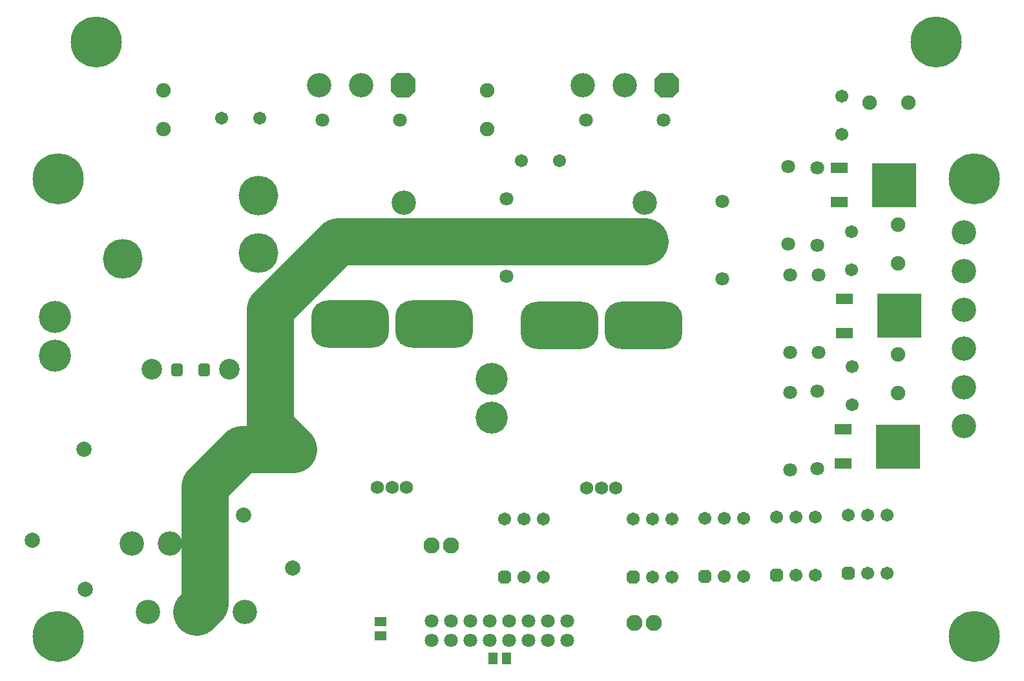
<source format=gbs>
%FSLAX24Y24*%
%MOIN*%
G70*
G01*
G75*
G04 Layer_Color=16711935*
%ADD10R,0.0413X0.0551*%
%ADD11C,0.0591*%
%ADD12C,0.1969*%
%ADD13C,0.0394*%
%ADD14C,0.0197*%
%ADD15C,0.0118*%
%ADD16C,0.2362*%
%ADD17C,0.1575*%
%ADD18C,0.0787*%
%ADD19C,0.1181*%
%ADD20C,0.0100*%
%ADD21C,0.2559*%
%ADD22C,0.0591*%
%ADD23C,0.1181*%
%ADD24C,0.0748*%
%ADD25C,0.0630*%
%ADD26C,0.1575*%
%ADD27C,0.0669*%
G04:AMPARAMS|DCode=28|XSize=59.1mil|YSize=59.1mil|CornerRadius=0mil|HoleSize=0mil|Usage=FLASHONLY|Rotation=90.000|XOffset=0mil|YOffset=0mil|HoleType=Round|Shape=Octagon|*
%AMOCTAGOND28*
4,1,8,0.0148,0.0295,-0.0148,0.0295,-0.0295,0.0148,-0.0295,-0.0148,-0.0148,-0.0295,0.0148,-0.0295,0.0295,-0.0148,0.0295,0.0148,0.0148,0.0295,0.0*
%
%ADD28OCTAGOND28*%

G04:AMPARAMS|DCode=29|XSize=118.1mil|YSize=118.1mil|CornerRadius=0mil|HoleSize=0mil|Usage=FLASHONLY|Rotation=0.000|XOffset=0mil|YOffset=0mil|HoleType=Round|Shape=Octagon|*
%AMOCTAGOND29*
4,1,8,0.0591,-0.0295,0.0591,0.0295,0.0295,0.0591,-0.0295,0.0591,-0.0591,0.0295,-0.0591,-0.0295,-0.0295,-0.0591,0.0295,-0.0591,0.0591,-0.0295,0.0*
%
%ADD29OCTAGOND29*%

%ADD30C,0.0709*%
%ADD31C,0.1969*%
%ADD32C,0.0984*%
%ADD33C,0.0600*%
G04:AMPARAMS|DCode=34|XSize=393.7mil|YSize=236.2mil|CornerRadius=82.7mil|HoleSize=0mil|Usage=FLASHONLY|Rotation=0.000|XOffset=0mil|YOffset=0mil|HoleType=Round|Shape=RoundedRectangle|*
%AMROUNDEDRECTD34*
21,1,0.3937,0.0709,0,0,0.0*
21,1,0.2283,0.2362,0,0,0.0*
1,1,0.1654,0.1142,-0.0354*
1,1,0.1654,-0.1142,-0.0354*
1,1,0.1654,-0.1142,0.0354*
1,1,0.1654,0.1142,0.0354*
%
%ADD34ROUNDEDRECTD34*%
%ADD35C,0.0500*%
%ADD36R,0.0551X0.0413*%
G04:AMPARAMS|DCode=37|XSize=55mil|YSize=60mil|CornerRadius=13.8mil|HoleSize=0mil|Usage=FLASHONLY|Rotation=180.000|XOffset=0mil|YOffset=0mil|HoleType=Round|Shape=RoundedRectangle|*
%AMROUNDEDRECTD37*
21,1,0.0550,0.0325,0,0,180.0*
21,1,0.0275,0.0600,0,0,180.0*
1,1,0.0275,-0.0138,0.0163*
1,1,0.0275,0.0138,0.0163*
1,1,0.0275,0.0138,-0.0163*
1,1,0.0275,-0.0138,-0.0163*
%
%ADD37ROUNDEDRECTD37*%
%ADD38R,0.0787X0.0472*%
%ADD39R,0.2205X0.2205*%
%ADD40C,0.0295*%
%ADD41C,0.0079*%
%ADD42C,0.0039*%
%ADD43C,0.0050*%
%ADD44C,0.0059*%
%ADD45R,0.1181X0.1969*%
%ADD46R,0.0493X0.0631*%
%ADD47C,0.2049*%
%ADD48C,0.0474*%
%ADD49C,0.2639*%
%ADD50C,0.0671*%
%ADD51C,0.1261*%
%ADD52C,0.0828*%
%ADD53C,0.0710*%
%ADD54C,0.1655*%
%ADD55C,0.0749*%
G04:AMPARAMS|DCode=56|XSize=67.1mil|YSize=67.1mil|CornerRadius=0mil|HoleSize=0mil|Usage=FLASHONLY|Rotation=90.000|XOffset=0mil|YOffset=0mil|HoleType=Round|Shape=Octagon|*
%AMOCTAGOND56*
4,1,8,0.0168,0.0335,-0.0168,0.0335,-0.0335,0.0168,-0.0335,-0.0168,-0.0168,-0.0335,0.0168,-0.0335,0.0335,-0.0168,0.0335,0.0168,0.0168,0.0335,0.0*
%
%ADD56OCTAGOND56*%

G04:AMPARAMS|DCode=57|XSize=126.1mil|YSize=126.1mil|CornerRadius=0mil|HoleSize=0mil|Usage=FLASHONLY|Rotation=0.000|XOffset=0mil|YOffset=0mil|HoleType=Round|Shape=Octagon|*
%AMOCTAGOND57*
4,1,8,0.0631,-0.0315,0.0631,0.0315,0.0315,0.0631,-0.0315,0.0631,-0.0631,0.0315,-0.0631,-0.0315,-0.0315,-0.0631,0.0315,-0.0631,0.0631,-0.0315,0.0*
%
%ADD57OCTAGOND57*%

%ADD58C,0.0789*%
%ADD59C,0.2049*%
%ADD60C,0.1064*%
%ADD61C,0.0680*%
G04:AMPARAMS|DCode=62|XSize=401.7mil|YSize=244.2mil|CornerRadius=86.7mil|HoleSize=0mil|Usage=FLASHONLY|Rotation=0.000|XOffset=0mil|YOffset=0mil|HoleType=Round|Shape=RoundedRectangle|*
%AMROUNDEDRECTD62*
21,1,0.4017,0.0709,0,0,0.0*
21,1,0.2283,0.2442,0,0,0.0*
1,1,0.1734,0.1142,-0.0354*
1,1,0.1734,-0.1142,-0.0354*
1,1,0.1734,-0.1142,0.0354*
1,1,0.1734,0.1142,0.0354*
%
%ADD62ROUNDEDRECTD62*%
%ADD63R,0.0631X0.0493*%
G04:AMPARAMS|DCode=64|XSize=63mil|YSize=68mil|CornerRadius=17.8mil|HoleSize=0mil|Usage=FLASHONLY|Rotation=180.000|XOffset=0mil|YOffset=0mil|HoleType=Round|Shape=RoundedRectangle|*
%AMROUNDEDRECTD64*
21,1,0.0630,0.0325,0,0,180.0*
21,1,0.0275,0.0680,0,0,180.0*
1,1,0.0355,-0.0138,0.0163*
1,1,0.0355,0.0138,0.0163*
1,1,0.0355,0.0138,-0.0163*
1,1,0.0355,-0.0138,-0.0163*
%
%ADD64ROUNDEDRECTD64*%
%ADD65R,0.0867X0.0552*%
%ADD66R,0.2285X0.2285*%
%ADD67C,0.2442*%
D46*
X36904Y8700D02*
D03*
X36196D02*
D03*
D49*
X15748Y40551D02*
D03*
X59055D02*
D03*
X61024Y33465D02*
D03*
X13780D02*
D03*
Y9843D02*
D03*
X61024D02*
D03*
D50*
X54200Y35766D02*
D03*
Y37734D02*
D03*
X24184Y36600D02*
D03*
X22216D02*
D03*
X54700Y28766D02*
D03*
Y30734D02*
D03*
X54750Y21816D02*
D03*
Y23784D02*
D03*
X37800Y12900D02*
D03*
X38800D02*
D03*
Y15900D02*
D03*
X37800D02*
D03*
X36800D02*
D03*
X39634Y34400D02*
D03*
X37666D02*
D03*
X55550Y13100D02*
D03*
X56550D02*
D03*
Y16100D02*
D03*
X55550D02*
D03*
X54550D02*
D03*
X51850Y13000D02*
D03*
X52850D02*
D03*
Y16000D02*
D03*
X51850D02*
D03*
X50850D02*
D03*
X48150Y12950D02*
D03*
X49150D02*
D03*
Y15950D02*
D03*
X48150D02*
D03*
X47150D02*
D03*
X44450Y12900D02*
D03*
X45450D02*
D03*
Y15900D02*
D03*
X44450D02*
D03*
X43450D02*
D03*
D51*
X18400Y11100D02*
D03*
X20900D02*
D03*
X23400D02*
D03*
X44050Y32250D02*
D03*
Y30250D02*
D03*
X60500Y30700D02*
D03*
Y28700D02*
D03*
X31600Y32250D02*
D03*
Y30250D02*
D03*
X60500Y26700D02*
D03*
Y24700D02*
D03*
Y22700D02*
D03*
Y20700D02*
D03*
X19534Y14650D02*
D03*
X17566D02*
D03*
X29400Y38300D02*
D03*
X27235D02*
D03*
X43000D02*
D03*
X40835D02*
D03*
D52*
X33050Y14551D02*
D03*
X34050Y14549D02*
D03*
X44500Y10549D02*
D03*
X43500Y10551D02*
D03*
D53*
X38050Y9650D02*
D03*
Y10650D02*
D03*
X39050Y9650D02*
D03*
Y10650D02*
D03*
X40050D02*
D03*
Y9650D02*
D03*
X33050D02*
D03*
Y10650D02*
D03*
X34050Y9650D02*
D03*
Y10650D02*
D03*
X35050D02*
D03*
Y9650D02*
D03*
X36050Y10650D02*
D03*
Y9650D02*
D03*
X37050Y10650D02*
D03*
Y9650D02*
D03*
X48050Y32300D02*
D03*
Y28300D02*
D03*
X52950Y30050D02*
D03*
Y34050D02*
D03*
X51450Y34100D02*
D03*
Y30100D02*
D03*
X53000Y24500D02*
D03*
Y28500D02*
D03*
X51550D02*
D03*
Y24500D02*
D03*
X27400Y36500D02*
D03*
X31400D02*
D03*
X41000D02*
D03*
X45000D02*
D03*
X36900Y32450D02*
D03*
Y28450D02*
D03*
X51550Y22450D02*
D03*
Y18450D02*
D03*
X52950Y18500D02*
D03*
Y22500D02*
D03*
D54*
X36150Y21150D02*
D03*
Y23150D02*
D03*
X13600Y26350D02*
D03*
Y24350D02*
D03*
D55*
X35900Y36050D02*
D03*
Y38050D02*
D03*
X55650Y37400D02*
D03*
X57650D02*
D03*
X19200Y36050D02*
D03*
Y38050D02*
D03*
X57100Y31100D02*
D03*
Y29100D02*
D03*
Y24400D02*
D03*
Y22400D02*
D03*
D56*
X36800Y12900D02*
D03*
X54550Y13100D02*
D03*
X50850Y13000D02*
D03*
X47150Y12950D02*
D03*
X43450Y12900D02*
D03*
D57*
X31565Y38300D02*
D03*
X45165D02*
D03*
D58*
X15087Y19500D02*
D03*
X25913D02*
D03*
X15178Y12286D02*
D03*
X12422Y14814D02*
D03*
X25864Y13372D02*
D03*
X23336Y16128D02*
D03*
D59*
X24104Y32626D02*
D03*
X17096Y29343D02*
D03*
X24104Y29634D02*
D03*
D60*
X18592Y23650D02*
D03*
X22608D02*
D03*
D61*
X30252Y17550D02*
D03*
X31748D02*
D03*
X31000D02*
D03*
X41052Y17500D02*
D03*
X42548D02*
D03*
X41800D02*
D03*
D62*
X33165Y25975D02*
D03*
X28835D02*
D03*
X43965Y25925D02*
D03*
X39635D02*
D03*
D63*
X30400Y10604D02*
D03*
Y9896D02*
D03*
D64*
X19900Y23600D02*
D03*
X21300D02*
D03*
D65*
X54078Y34036D02*
D03*
Y32264D02*
D03*
X54328Y27286D02*
D03*
Y25514D02*
D03*
X54278Y20536D02*
D03*
Y18764D02*
D03*
D66*
X56913Y33150D02*
D03*
X57163Y26400D02*
D03*
X57113Y19650D02*
D03*
D67*
X24700Y20713D02*
X25913Y19500D01*
X24700Y26750D02*
X28200Y30250D01*
X24700Y20713D02*
Y26750D01*
X28200Y30250D02*
X31600D01*
X20900Y11100D02*
X21350Y11550D01*
Y17600D02*
X23250Y19500D01*
X25913D01*
X21350Y11550D02*
Y14650D01*
Y17600D01*
X31600Y30250D02*
X44050D01*
M02*

</source>
